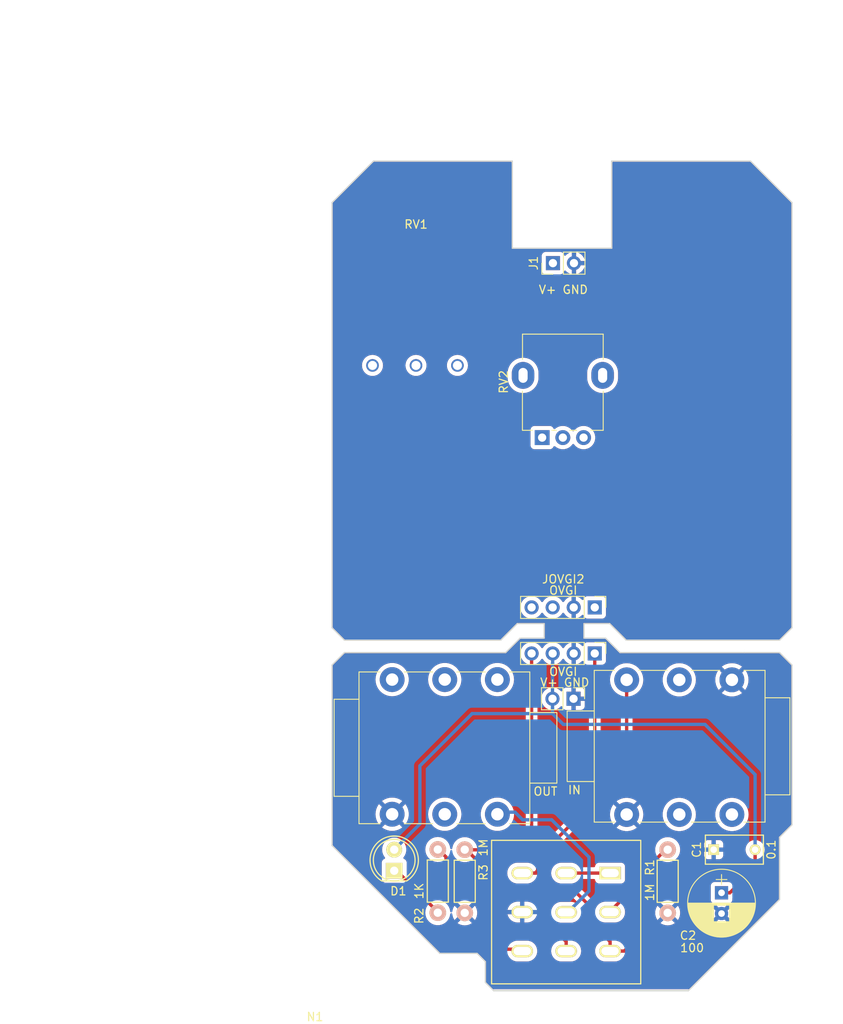
<source format=kicad_pcb>
(kicad_pcb (version 20221018) (generator pcbnew)
  (layers (0 "F.Cu" signal) (31 "B.Cu" signal) (34 "B.Paste" user) (35 "F.Paste" user) (36 "B.SilkS" user "B.Silkscreen") (37 "F.SilkS" user "F.Silkscreen") (38 "B.Mask" user) (39 "F.Mask" user) (44 "Edge.Cuts" user))
  (net 0 "")
  (net 1 "GND")
  (net 2 "+9V")
  (net 3 "Net-(D1-K)")
  (net 7 "Net-(J2-T)")
  (net 12 "Net-(J3-T)")
  (net 13 "O")
  (net 14 "I")
  (net 15 "Net-(SW1C-C)")
  (net 19 "Net-(SW1A-A)")
  (net 20 "Net-(J4-T)")
  (net 21 "Net-(J1-T)")
  (footprint "KiCad Lib:3PDT-Footswitch" (layer "F.Cu") (at 143.25 142.525 180)
    (fp_text reference "SW1" hide)
    (fp_text value "SW_3PDT" hide)
    (fp_line (start -9 -8.65) (end -9 8.65) (stroke (width 0.15)) (layer "F.SilkS"))
    (fp_line (start -9 -8.65) (end 9 -8.65) (stroke (width 0.15)) (layer "F.SilkS"))
    (fp_line (start 9 -8.65) (end 9 8.65) (stroke (width 0.15)) (layer "F.SilkS"))
    (fp_line (start 9 8.65) (end -8.9 8.65) (stroke (width 0.15)) (layer "F.SilkS"))
    (pad "1" thru_hole rect (at -5.3 4.7 180) (size 2.6 1.5) (drill oval 2.1 1) (layers "*.Cu" "*.Mask" "F.SilkS") (net 19 "Net-(SW1A-A)"))
    (pad "2" thru_hole oval (at 0 4.7 180) (size 2.6 1.5) (drill oval 2.1 1) (layers "*.Cu" "*.Mask" "F.SilkS") (net 19 "Net-(SW1A-A)"))
    (pad "3" thru_hole oval (at 5.3 4.7 180) (size 2.6 1.5) (drill oval 2.1 1) (layers "*.Cu" "*.Mask" "F.SilkS") (net 14 "I"))
    (pad "4" thru_hole oval (at -5.3 0 180) (size 2.6 1.5) (drill oval 2.1 1) (layers "*.Cu" "*.Mask" "F.SilkS") (net 21 "Net-(J1-T)"))
    (pad "5" thru_hole oval (at 0 -0.025 180) (size 2.6 1.5) (drill oval 2.1 1) (layers "*.Cu" "*.Mask" "F.SilkS") (net 20 "Net-(J4-T)"))
    (pad "6" thru_hole oval (at 5.3 0 180) (size 2.6 1.5) (drill oval 2.1 1) (layers "*.Cu" "*.Mask" "F.SilkS") (net 1 "GND"))
    (pad "7" thru_hole oval (at -5.3 -4.7 180) (size 2.6 1.5) (drill oval 2.1 1) (layers "*.Cu" "*.Mask" "F.SilkS") (net 14 "I"))
    (pad "8" thru_hole oval (at 0 -4.7 180) (size 2.6 1.5) (drill oval 2.1 1) (layers "*.Cu" "*.Mask" "F.SilkS") (net 13 "O"))
    (pad "9" thru_hole oval (at 5.3 -4.7 180) (size 2.6 1.5) (drill oval 2.1 1) (layers "*.Cu" "*.Mask" "F.SilkS") (net 15 "Net-(SW1C-C)"))
  )
  (footprint "Connectors:NMJ6HCD2" (layer "F.Cu") (at 122.25 130.73 90)
    (fp_text reference "J3" hide)
    (fp_text value "OUT" (at 2.75 18.5) (layer "F.SilkS"))
    (fp_line (start -1.14 -4) (end 17.15 -4) (stroke (width 0.12)) (layer "F.SilkS"))
    (fp_line (start -1.14 -1.45) (end -1.14 -4) (stroke (width 0.12)) (layer "F.SilkS"))
    (fp_line (start -1.14 4.89) (end -1.14 1.46) (stroke (width 0.12)) (layer "F.SilkS"))
    (fp_line (start -1.14 11.24) (end -1.14 7.81) (stroke (width 0.12)) (layer "F.SilkS"))
    (fp_line (start -1.14 16.61) (end -1.14 14.16) (stroke (width 0.12)) (layer "F.SilkS"))
    (fp_line (start -1.14 16.61) (end 17.15 16.61) (stroke (width 0.12)) (layer "F.SilkS"))
    (fp_line (start 2.16 -7) (end 2.16 -4) (stroke (width 0.12)) (layer "F.SilkS"))
    (fp_line (start 2.16 -7) (end 13.86 -7) (stroke (width 0.12)) (layer "F.SilkS"))
    (fp_line (start 3.75 16.64) (end 3.75 19.86) (stroke (width 0.12)) (layer "F.SilkS"))
    (fp_line (start 3.75 19.88) (end 12.23 19.88) (stroke (width 0.12)) (layer "F.SilkS"))
    (fp_line (start 12.26 16.64) (end 12.26 19.86) (stroke (width 0.12)) (layer "F.SilkS"))
    (fp_line (start 13.86 -7) (end 13.86 -4) (stroke (width 0.12)) (layer "F.SilkS"))
    (fp_line (start 17.15 -4) (end 17.15 -1.45) (stroke (width 0.12)) (layer "F.SilkS"))
    (fp_line (start 17.15 1.46) (end 17.15 4.89) (stroke (width 0.12)) (layer "F.SilkS"))
    (fp_line (start 17.15 7.81) (end 17.15 11.24) (stroke (width 0.12)) (layer "F.SilkS"))
    (fp_line (start 17.15 16.61) (end 17.15 14.16) (stroke (width 0.12)) (layer "F.SilkS"))
    (pad "1" thru_hole circle (at 0 0 90) (size 3 3) (drill 1.5) (layers "*.Cu" "*.Mask") (net 1 "GND"))
    (pad "2" thru_hole circle (at 0 12.7 90) (size 3 3) (drill 1.5) (layers "*.Cu" "*.Mask") (net 12 "Net-(J3-T)"))
    (pad "3" thru_hole circle (at 0 6.35 90) (size 3 3) (drill 1.5) (layers "*.Cu" "*.Mask"))
    (pad "4" thru_hole circle (at 16.23 0 90) (size 3 3) (drill 1.5) (layers "*.Cu" "*.Mask"))
    (pad "5" thru_hole circle (at 16.23 12.7 90) (size 3 3) (drill 1.5) (layers "*.Cu" "*.Mask"))
    (pad "6" thru_hole circle (at 16.23 6.35 90) (size 3 3) (drill 1.5) (layers "*.Cu" "*.Mask"))
  )
  (footprint "Pin_Headers:Pin_Header_Straight_1x02_Pitch2.54mm" (layer "F.Cu") (at 141.65 64.3 90)
    (fp_text reference "J1" (at 0 -2.33 90) (layer "F.SilkS"))
    (fp_text value "V+ GND" (at -3.2 1.26 180) (layer "F.SilkS"))
    (fp_line (start -1.33 -1.33) (end 0 -1.33) (stroke (width 0.12)) (layer "F.SilkS"))
    (fp_line (start -1.33 0) (end -1.33 -1.33) (stroke (width 0.12)) (layer "F.SilkS"))
    (fp_line (start -1.33 1.27) (end -1.33 3.87) (stroke (width 0.12)) (layer "F.SilkS"))
    (fp_line (start -1.33 1.27) (end 1.33 1.27) (stroke (width 0.12)) (layer "F.SilkS"))
    (fp_line (start -1.33 3.87) (end 1.33 3.87) (stroke (width 0.12)) (layer "F.SilkS"))
    (fp_line (start 1.33 1.27) (end 1.33 3.87) (stroke (width 0.12)) (layer "F.SilkS"))
    (pad "1" thru_hole rect (at 0 0 90) (size 1.7 1.7) (drill 1) (layers "*.Cu" "*.Mask") (net 2 "+9V"))
    (pad "2" thru_hole oval (at 0 2.54 90) (size 1.7 1.7) (drill 1) (layers "*.Cu" "*.Mask") (net 1 "GND"))
  )
  (footprint "Pin_Headers:Pin_Header_Straight_1x04_Pitch2.54mm" (layer "F.Cu") (at 146.7 111.35 -90)
    (fp_text reference "JOVGI1" hide)
    (fp_text value "OVGI" (at 2.2 3.8) (layer "F.SilkS"))
    (fp_line (start -1.33 -1.33) (end 0 -1.33) (stroke (width 0.12)) (layer "F.SilkS"))
    (fp_line (start -1.33 0) (end -1.33 -1.33) (stroke (width 0.12)) (layer "F.SilkS"))
    (fp_line (start -1.33 1.27) (end -1.33 8.95) (stroke (width 0.12)) (layer "F.SilkS"))
    (fp_line (start -1.33 1.27) (end 1.33 1.27) (stroke (width 0.12)) (layer "F.SilkS"))
    (fp_line (start -1.33 8.95) (end 1.33 8.95) (stroke (width 0.12)) (layer "F.SilkS"))
    (fp_line (start 1.33 1.27) (end 1.33 8.95) (stroke (width 0.12)) (layer "F.SilkS"))
    (pad "1" thru_hole rect (at 0 0 270) (size 1.7 1.7) (drill 1) (layers "*.Cu" "*.Mask") (net 14 "I"))
    (pad "2" thru_hole oval (at 0 2.54 270) (size 1.7 1.7) (drill 1) (layers "*.Cu" "*.Mask") (net 1 "GND"))
    (pad "3" thru_hole oval (at 0 5.08 270) (size 1.7 1.7) (drill 1) (layers "*.Cu" "*.Mask") (net 2 "+9V"))
    (pad "4" thru_hole oval (at 0 7.62 270) (size 1.7 1.7) (drill 1) (layers "*.Cu" "*.Mask") (net 13 "O"))
  )
  (footprint "Pin_Headers:Pin_Header_Straight_1x04_Pitch2.54mm" (layer "F.Cu") (at 146.7 105.8 -90)
    (fp_text reference "JOVGI2" (at -3.4 3.8) (layer "F.SilkS"))
    (fp_text value "OVGI" (at -2.05 3.8) (layer "F.SilkS"))
    (fp_line (start -1.33 -1.33) (end 0 -1.33) (stroke (width 0.12)) (layer "F.SilkS"))
    (fp_line (start -1.33 0) (end -1.33 -1.33) (stroke (width 0.12)) (layer "F.SilkS"))
    (fp_line (start -1.33 1.27) (end -1.33 8.95) (stroke (width 0.12)) (layer "F.SilkS"))
    (fp_line (start -1.33 1.27) (end 1.33 1.27) (stroke (width 0.12)) (layer "F.SilkS"))
    (fp_line (start -1.33 8.95) (end 1.33 8.95) (stroke (width 0.12)) (layer "F.SilkS"))
    (fp_line (start 1.33 1.27) (end 1.33 8.95) (stroke (width 0.12)) (layer "F.SilkS"))
    (pad "1" thru_hole rect (at 0 0 270) (size 1.7 1.7) (drill 1) (layers "*.Cu" "*.Mask") (net 14 "I"))
    (pad "2" thru_hole oval (at 0 2.54 270) (size 1.7 1.7) (drill 1) (layers "*.Cu" "*.Mask") (net 1 "GND"))
    (pad "3" thru_hole oval (at 0 5.08 270) (size 1.7 1.7) (drill 1) (layers "*.Cu" "*.Mask") (net 2 "+9V"))
    (pad "4" thru_hole oval (at 0 7.62 270) (size 1.7 1.7) (drill 1) (layers "*.Cu" "*.Mask") (net 13 "O"))
  )
  (footprint "Capacitors_THT:CP_Radial_D8.0mm_P2.50mm" (layer "F.Cu") (at 162 140.2 -90)
    (fp_text reference "C2" (at 5.15 4.05) (layer "F.SilkS"))
    (fp_text value "100" (at 6.65 3.55) (layer "F.SilkS"))
    (fp_line (start -2.2 0) (end -1 0) (stroke (width 0.12)) (layer "F.SilkS"))
    (fp_line (start -1.6 -0.65) (end -1.6 0.65) (stroke (width 0.12)) (layer "F.SilkS"))
    (fp_line (start 1.25 -4.05) (end 1.25 4.05) (stroke (width 0.12)) (layer "F.SilkS"))
    (fp_line (start 1.29 -4.05) (end 1.29 4.05) (stroke (width 0.12)) (layer "F.SilkS"))
    (fp_line (start 1.33 -4.05) (end 1.33 4.05) (stroke (width 0.12)) (layer "F.SilkS"))
    (fp_line (start 1.37 -4.049) (end 1.37 4.049) (stroke (width 0.12)) (layer "F.SilkS"))
    (fp_line (start 1.41 -4.047) (end 1.41 4.047) (stroke (width 0.12)) (layer "F.SilkS"))
    (fp_line (start 1.45 -4.046) (end 1.45 4.046) (stroke (width 0.12)) (layer "F.SilkS"))
    (fp_line (start 1.49 -4.043) (end 1.49 4.043) (stroke (width 0.12)) (layer "F.SilkS"))
    (fp_line (start 1.53 -4.041) (end 1.53 -0.98) (stroke (width 0.12)) (layer "F.SilkS"))
    (fp_line (start 1.53 0.98) (end 1.53 4.041) (stroke (width 0.12)) (layer "F.SilkS"))
    (fp_line (start 1.57 -4.038) (end 1.57 -0.98) (stroke (width 0.12)) (layer "F.SilkS"))
    (fp_line (start 1.57 0.98) (end 1.57 4.038) (stroke (width 0.12)) (layer "F.SilkS"))
    (fp_line (start 1.61 -4.035) (end 1.61 -0.98) (stroke (width 0.12)) (layer "F.SilkS"))
    (fp_line (start 1.61 0.98) (end 1.61 4.035) (stroke (width 0.12)) (layer "F.SilkS"))
    (fp_line (start 1.65 -4.031) (end 1.65 -0.98) (stroke (width 0.12)) (layer "F.SilkS"))
    (fp_line (start 1.65 0.98) (end 1.65 4.031) (stroke (width 0.12)) (layer "F.SilkS"))
    (fp_line (start 1.69 -4.027) (end 1.69 -0.98) (stroke (width 0.12)) (layer "F.SilkS"))
    (fp_line (start 1.69 0.98) (end 1.69 4.027) (stroke (width 0.12)) (layer "F.SilkS"))
    (fp_line (start 1.73 -4.022) (end 1.73 -0.98) (stroke (width 0.12)) (layer "F.SilkS"))
    (fp_line (start 1.73 0.98) (end 1.73 4.022) (stroke (width 0.12)) (layer "F.SilkS"))
    (fp_line (start 1.77 -4.017) (end 1.77 -0.98) (stroke (width 0.12)) (layer "F.SilkS"))
    (fp_line (start 1.77 0.98) (end 1.77 4.017) (stroke (width 0.12)) (layer "F.SilkS"))
    (fp_line (start 1.81 -4.012) (end 1.81 -0.98) (stroke (width 0.12)) (layer "F.SilkS"))
    (fp_line (start 1.81 0.98) (end 1.81 4.012) (stroke (width 0.12)) (layer "F.SilkS"))
    (fp_line (start 1.85 -4.006) (end 1.85 -0.98) (stroke (width 0.12)) (layer "F.SilkS"))
    (fp_line (start 1.85 0.98) (end 1.85 4.006) (stroke (width 0.12)) (layer "F.SilkS"))
    (fp_line (start 1.89 -4) (end 1.89 -0.98) (stroke (width 0.12)) (layer "F.SilkS"))
    (fp_line (start 1.89 0.98) (end 1.89 4) (stroke (width 0.12)) (layer "F.SilkS"))
    (fp_line (start 1.93 -3.994) (end 1.93 -0.98) (stroke (width 0.12)) (layer "F.SilkS"))
    (fp_line (start 1.93 0.98) (end 1.93 3.994) (stroke (width 0.12)) (layer "F.SilkS"))
    (fp_line (start 1.971 -3.987) (end 1.971 -0.98) (stroke (width 0.12)) (layer "F.SilkS"))
    (fp_line (start 1.971 0.98) (end 1.971 3.987) (stroke (width 0.12)) (layer "F.SilkS"))
    (fp_line (start 2.011 -3.979) (end 2.011 -0.98) (stroke (width 0.12)) (layer "F.SilkS"))
    (fp_line (start 2.011 0.98) (end 2.011 3.979) (stroke (width 0.12)) (layer "F.SilkS"))
    (fp_line (start 2.051 -3.971) (end 2.051 -0.98) (stroke (width 0.12)) (layer "F.SilkS"))
    (fp_line (start 2.051 0.98) (end 2.051 3.971) (stroke (width 0.12)) (layer "F.SilkS"))
    (fp_line (start 2.091 -3.963) (end 2.091 -0.98) (stroke (width 0.12)) (layer "F.SilkS"))
    (fp_line (start 2.091 0.98) (end 2.091 3.963) (stroke (width 0.12)) (layer "F.SilkS"))
    (fp_line (start 2.131 -3.955) (end 2.131 -0.98) (stroke (width 0.12)) (layer "F.SilkS"))
    (fp_line (start 2.131 0.98) (end 2.131 3.955) (stroke (width 0.12)) (layer "F.SilkS"))
    (fp_line (start 2.171 -3.946) (end 2.171 -0.98) (stroke (width 0.12)) (layer "F.SilkS"))
    (fp_line (start 2.171 0.98) (end 2.171 3.946) (stroke (width 0.12)) (layer "F.SilkS"))
    (fp_line (start 2.211 -3.936) (end 2.211 -0.98) (stroke (width 0.12)) (layer "F.SilkS"))
    (fp_line (start 2.211 0.98) (end 2.211 3.936) (stroke (width 0.12)) (layer "F.SilkS"))
    (fp_line (start 2.251 -3.926) (end 2.251 -0.98) (stroke (width 0.12)) (layer "F.SilkS"))
    (fp_line (start 2.251 0.98) (end 2.251 3.926) (stroke (width 0.12)) (layer "F.SilkS"))
    (fp_line (start 2.291 -3.916) (end 2.291 -0.98) (stroke (width 0.12)) (layer "F.SilkS"))
    (fp_line (start 2.291 0.98) (end 2.291 3.916) (stroke (width 0.12)) (layer "F.SilkS"))
    (fp_line (start 2.331 -3.905) (end 2.331 -0.98) (stroke (width 0.12)) (layer "F.SilkS"))
    (fp_line (start 2.331 0.98) (end 2.331 3.905) (stroke (width 0.12)) (layer "F.SilkS"))
    (fp_line (start 2.371 -3.894) (end 2.371 -0.98) (stroke (width 0.12)) (layer "F.SilkS"))
    (fp_line (start 2.371 0.98) (end 2.371 3.894) (stroke (width 0.12)) (layer "F.SilkS"))
    (fp_line (start 2.411 -3.883) (end 2.411 -0.98) (stroke (width 0.12)) (layer "F.SilkS"))
    (fp_line (start 2.411 0.98) (end 2.411 3.883) (stroke (width 0.12)) (layer "F.SilkS"))
    (fp_line (start 2.451 -3.87) (end 2.451 -0.98) (stroke (width 0.12)) (layer "F.SilkS"))
    (fp_line (start 2.451 0.98) (end 2.451 3.87) (stroke (width 0.12)) (layer "F.SilkS"))
    (fp_line (start 2.491 -3.858) (end 2.491 -0.98) (stroke (width 0.12)) (layer "F.SilkS"))
    (fp_line (start 2.491 0.98) (end 2.491 3.858) (stroke (width 0.12)) (layer "F.SilkS"))
    (fp_line (start 2.531 -3.845) (end 2.531 -0.98) (stroke (width 0.12)) (layer "F.SilkS"))
    (fp_line (start 2.531 0.98) (end 2.531 3.845) (stroke (width 0.12)) (layer "F.SilkS"))
    (fp_line (start 2.571 -3.832) (end 2.571 -0.98) (stroke (width 0.12)) (layer "F.SilkS"))
    (fp_line (start 2.571 0.98) (end 2.571 3.832) (stroke (width 0.12)) (layer "F.SilkS"))
    (fp_line (start 2.611 -3.818) (end 2.611 -0.98) (stroke (width 0.12)) (layer "F.SilkS"))
    (fp_line (start 2.611 0.98) (end 2.611 3.818) (stroke (width 0.12)) (layer "F.SilkS"))
    (fp_line (start 2.651 -3.803) (end 2.651 -0.98) (stroke (width 0.12)) (layer "F.SilkS"))
    (fp_line (start 2.651 0.98) (end 2.651 3.803) (stroke (width 0.12)) (layer "F.SilkS"))
    (fp_line (start 2.691 -3.789) (end 2.691 -0.98) (stroke (width 0.12)) (layer "F.SilkS"))
    (fp_line (start 2.691 0.98) (end 2.691 3.789) (stroke (width 0.12)) (layer "F.SilkS"))
    (fp_line (start 2.731 -3.773) (end 2.731 -0.98) (stroke (width 0.12)) (layer "F.SilkS"))
    (fp_line (start 2.731 0.98) (end 2.731 3.773) (stroke (width 0.12)) (layer "F.SilkS"))
    (fp_line (start 2.771 -3.758) (end 2.771 -0.98) (stroke (width 0.12)) (layer "F.SilkS"))
    (fp_line (start 2.771 0.98) (end 2.771 3.758) (stroke (width 0.12)) (layer "F.SilkS"))
    (fp_line (start 2.811 -3.741) (end 2.811 -0.98) (stroke (width 0.12)) (layer "F.SilkS"))
    (fp_line (start 2.811 0.98) (end 2.811 3.741) (stroke (width 0.12)) (layer "F.SilkS"))
    (fp_line (start 2.851 -3.725) (end 2.851 -0.98) (stroke (width 0.12)) (layer "F.SilkS"))
    (fp_line (start 2.851 0.98) (end 2.851 3.725) (stroke (width 0.12)) (layer "F.SilkS"))
    (fp_line (start 2.891 -3.707) (end 2.891 -0.98) (stroke (width 0.12)) (layer "F.SilkS"))
    (fp_line (start 2.891 0.98) (end 2.891 3.707) (stroke (width 0.12)) (layer "F.SilkS"))
    (fp_line (start 2.931 -3.69) (end 2.931 -0.98) (stroke (width 0.12)) (layer "F.SilkS"))
    (fp_line (start 2.931 0.98) (end 2.931 3.69) (stroke (width 0.12)) (layer "F.SilkS"))
    (fp_line (start 2.971 -3.671) (end 2.971 -0.98) (stroke (width 0.12)) (layer "F.SilkS"))
    (fp_line (start 2.971 0.98) (end 2.971 3.671) (stroke (width 0.12)) (layer "F.SilkS"))
    (fp_line (start 3.011 -3.652) (end 3.011 -0.98) (stroke (width 0.12)) (layer "F.SilkS"))
    (fp_line (start 3.011 0.98) (end 3.011 3.652) (stroke (width 0.12)) (layer "F.SilkS"))
    (fp_line (start 3.051 -3.633) (end 3.051 -0.98) (stroke (width 0.12)) (layer "F.SilkS"))
    (fp_line (start 3.051 0.98) (end 3.051 3.633) (stroke (width 0.12)) (layer "F.SilkS"))
    (fp_line (start 3.091 -3.613) (end 3.091 -0.98) (stroke (width 0.12)) (layer "F.SilkS"))
    (fp_line (start 3.091 0.98) (end 3.091 3.613) (stroke (width 0.12)) (layer "F.SilkS"))
    (fp_line (start 3.131 -3.593) (end 3.131 -0.98) (stroke (width 0.12)) (layer "F.SilkS"))
    (fp_line (start 3.131 0.98) (end 3.131 3.593) (stroke (width 0.12)) (layer "F.SilkS"))
    (fp_line (start 3.171 -3.572) (end 3.171 -0.98) (stroke (width 0.12)) (layer "F.SilkS"))
    (fp_line (start 3.171 0.98) (end 3.171 3.572) (stroke (width 0.12)) (layer "F.SilkS"))
    (fp_line (start 3.211 -3.55) (end 3.211 -0.98) (stroke (width 0.12)) (layer "F.SilkS"))
    (fp_line (start 3.211 0.98) (end 3.211 3.55) (stroke (width 0.12)) (layer "F.SilkS"))
    (fp_line (start 3.251 -3.528) (end 3.251 -0.98) (stroke (width 0.12)) (layer "F.SilkS"))
    (fp_line (start 3.251 0.98) (end 3.251 3.528) (stroke (width 0.12)) (layer "F.SilkS"))
    (fp_line (start 3.291 -3.505) (end 3.291 -0.98) (stroke (width 0.12)) (layer "F.SilkS"))
    (fp_line (start 3.291 0.98) (end 3.291 3.505) (stroke (width 0.12)) (layer "F.SilkS"))
    (fp_line (start 3.331 -3.482) (end 3.331 -0.98) (stroke (width 0.12)) (layer "F.SilkS"))
    (fp_line (start 3.331 0.98) (end 3.331 3.482) (stroke (width 0.12)) (layer "F.SilkS"))
    (fp_line (start 3.371 -3.458) (end 3.371 -0.98) (stroke (width 0.12)) (layer "F.SilkS"))
    (fp_line (start 3.371 0.98) (end 3.371 3.458) (stroke (width 0.12)) (layer "F.SilkS"))
    (fp_line (start 3.411 -3.434) (end 3.411 -0.98) (stroke (width 0.12)) (layer "F.SilkS"))
    (fp_line (start 3.411 0.98) (end 3.411 3.434) (stroke (width 0.12)) (layer "F.SilkS"))
    (fp_line (start 3.451 -3.408) (end 3.451 -0.98) (stroke (width 0.12)) (layer "F.SilkS"))
    (fp_line (start 3.451 0.98) (end 3.451 3.408) (stroke (width 0.12)) (layer "F.SilkS"))
    (fp_line (start 3.491 -3.383) (end 3.491 3.383) (stroke (width 0.12)) (layer "F.SilkS"))
    (fp_line (start 3.531 -3.356) (end 3.531 3.356) (stroke (width 0.12)) (layer "F.SilkS"))
    (fp_line (start 3.571 -3.329) (end 3.571 3.329) (stroke (width 0.12)) (layer "F.SilkS"))
    (fp_line (start 3.611 -3.301) (end 3.611 3.301) (stroke (width 0.12)) (layer "F.SilkS"))
    (fp_line (start 3.651 -3.272) (end 3.651 3.272) (stroke (width 0.12)) (layer "F.SilkS"))
    (fp_line (start 3.691 -3.243) (end 3.691 3.243) (stroke (width 0.12)) (layer "F.SilkS"))
    (fp_line (start 3.731 -3.213) (end 3.731 3.213) (stroke (width 0.12)) (layer "F.SilkS"))
    (fp_line (start 3.771 -3.182) (end 3.771 3.182) (stroke (width 0.12)) (layer "F.SilkS"))
    (fp_line (start 3.811 -3.15) (end 3.811 3.15) (stroke (width 0.12)) (layer "F.SilkS"))
    (fp_line (start 3.851 -3.118) (end 3.851 3.118) (stroke (width 0.12)) (layer "F.SilkS"))
    (fp_line (start 3.891 -3.084) (end 3.891 3.084) (stroke (width 0.12)) (layer "F.SilkS"))
    (fp_line (start 3.931 -3.05) (end 3.931 3.05) (stroke (width 0.12)) (layer "F.SilkS"))
    (fp_line (start 3.971 -3.015) (end 3.971 3.015) (stroke (width 0.12)) (layer "F.SilkS"))
    (fp_line (start 4.011 -2.979) (end 4.011 2.979) (stroke (width 0.12)) (layer "F.SilkS"))
    (fp_line (start 4.051 -2.942) (end 4.051 2.942) (stroke (width 0.12)) (layer "F.SilkS"))
    (fp_line (start 4.091 -2.904) (end 4.091 2.904) (stroke (width 0.12)) (layer "F.SilkS"))
    (fp_line (start 4.131 -2.865) (end 4.131 2.865) (stroke (width 0.12)) (layer "F.SilkS"))
    (fp_line (start 4.171 -2.824) (end 4.171 2.824) (stroke (width 0.12)) (layer "F.SilkS"))
    (fp_line (start 4.211 -2.783) (end 4.211 2.783) (stroke (width 0.12)) (layer "F.SilkS"))
    (fp_line (start 4.251 -2.74) (end 4.251 2.74) (stroke (width 0.12)) (layer "F.SilkS"))
    (fp_line (start 4.291 -2.697) (end 4.291 2.697) (stroke (width 0.12)) (layer "F.SilkS"))
    (fp_line (start 4.331 -2.652) (end 4.331 2.652) (stroke (width 0.12)) (layer "F.SilkS"))
    (fp_line (start 4.371 -2.605) (end 4.371 2.605) (stroke (width 0.12)) (layer "F.SilkS"))
    (fp_line (start 4.411 -2.557) (end 4.411 2.557) (stroke (width 0.12)) (layer "F.SilkS"))
    (fp_line (start 4.451 -2.508) (end 4.451 2.508) (stroke (width 0.12)) (layer "F.SilkS"))
    (fp_line (start 4.491 -2.457) (end 4.491 2.457) (stroke (width 0.12)) (layer "F.SilkS"))
    (fp_line (start 4.531 -2.404) (end 4.531 2.404) (stroke (width 0.12)) (layer "F.SilkS"))
    (fp_line (start 4.571 -2.349) (end 4.571 2.349) (stroke (width 0.12)) (layer "F.SilkS"))
    (fp_line (start 4.611 -2.293) (end 4.611 2.293) (stroke (width 0.12)) (layer "F.SilkS"))
    (fp_line (start 4.651 -2.234) (end 4.651 2.234) (stroke (width 0.12)) (layer "F.SilkS"))
    (fp_line (start 4.691 -2.173) (end 4.691 2.173) (stroke (width 0.12)) (layer "F.SilkS"))
    (fp_line (start 4.731 -2.109) (end 4.731 2.109) (stroke (width 0.12)) (layer "F.SilkS"))
    (fp_line (start 4.771 -2.043) (end 4.771 2.043) (stroke (width 0.12)) (layer "F.SilkS"))
    (fp_line (start 4.811 -1.974) (end 4.811 1.974) (stroke (width 0.12)) (layer "F.SilkS"))
    (fp_line (start 4.851 -1.902) (end 4.851 1.902) (stroke (width 0.12)) (layer "F.SilkS"))
    (fp_line (start 4.891 -1.826) (end 4.891 1.826) (stroke (width 0.12)) (layer "F.SilkS"))
    (fp_line (start 4.931 -1.745) (end 4.931 1.745) (stroke (width 0.12)) (layer "F.SilkS"))
    (fp_line (start 4.971 -1.66) (end 4.971 1.66) (stroke (width 0.12)) (layer "F.SilkS"))
    (fp_line (start 5.011 -1.57) (end 5.011 1.57) (stroke (width 0.12)) (layer "F.SilkS"))
    (fp_line (start 5.051 -1.473) (end 5.051 1.473) (stroke (width 0.12)) (layer "F.SilkS"))
    (fp_line (start 5.091 -1.369) (end 5.091 1.369) (stroke (width 0.12)) (layer "F.SilkS"))
    (fp_line (start 5.131 -1.254) (end 5.131 1.254) (stroke (width 0.12)) (layer "F.SilkS"))
    (fp_line (start 5.171 -1.127) (end 5.171 1.127) (stroke (width 0.12)) (layer "F.SilkS"))
    (fp_line (start 5.211 -0.983) (end 5.211 0.983) (stroke (width 0.12)) (layer "F.SilkS"))
    (fp_line (start 5.251 -0.814) (end 5.251 0.814) (stroke (width 0.12)) (layer "F.SilkS"))
    (fp_line (start 5.291 -0.598) (end 5.291 0.598) (stroke (width 0.12)) (layer "F.SilkS"))
    (fp_line (start 5.331 -0.246) (end 5.331 0.246) (stroke (width 0.12)) (layer "F.SilkS"))
    (fp_circle (center 1.25 0) (end 5.34 0) (stroke (width 0.12)) (fill none) (layer "F.SilkS"))
    (pad "1" thru_hole rect (at 0 0 270) (size 1.6 1.6) (drill 0.8) (layers "*.Cu" "*.Mask") (net 2 "+9V"))
    (pad "2" thru_hole circle (at 2.5 0 270) (size 1.6 1.6) (drill 0.8) (layers "*.Cu" "*.Mask") (net 1 "GND"))
  )
  (footprint "LEDs:LED-5MM" (layer "F.Cu") (at 122.5 137.54 90)
    (fp_text reference "D1" (at -2.46 0.5) (layer "F.SilkS"))
    (fp_text value "LED" hide)
    (fp_line (start -1.23 1.5) (end -1.23 -1.5) (stroke (width 0.15)) (layer "F.SilkS"))
    (fp_arc (start -1.23 -1.5) (mid 4.18544 -0.014565) (end -1.214888 1.524904) (stroke (width 0.15)) (layer "F.SilkS"))
    (fp_circle (center 1.27 0) (end 0.97 -2.5) (stroke (width 0.15)) (fill none) (layer "F.SilkS"))
    (pad "1" thru_hole rect (at 0 0 180) (size 2 1.9) (drill 1.00076) (layers "*.Cu" "*.Mask" "F.SilkS") (net 3 "Net-(D1-K)"))
    (pad "2" thru_hole circle (at 2.54 0 90) (size 1.9 1.9) (drill 1.00076) (layers "*.Cu" "*.Mask" "F.SilkS") (net 2 "+9V"))
  )
  (footprint "Resistors_ThroughHole:Resistor_Horizontal_RM7mm" (layer "F.Cu") (at 155.5 135 -90)
    (fp_text reference "R1" (at 2.15 2.15 90) (layer "F.SilkS"))
    (fp_text value "1M" (at 5.15 2.15 90) (layer "F.SilkS"))
    (fp_line (start 1.27 -1.27) (end 6.35 -1.27) (stroke (width 0.15)) (layer "F.SilkS"))
    (fp_line (start 1.27 1.27) (end 1.27 -1.27) (stroke (width 0.15)) (layer "F.SilkS"))
    (fp_line (start 6.35 -1.27) (end 6.35 1.27) (stroke (width 0.15)) (layer "F.SilkS"))
    (fp_line (start 6.35 1.27) (end 1.27 1.27) (stroke (width 0.15)) (layer "F.SilkS"))
    (pad "1" thru_hole circle (at 0 0 270) (size 1.99898 1.99898) (drill 1.00076) (layers "*.Cu" "*.SilkS" "*.Mask") (net 14 "I"))
    (pad "2" thru_hole circle (at 7.62 0 270) (size 1.99898 1.99898) (drill 1.00076) (layers "*.Cu" "*.SilkS" "*.Mask") (net 1 "GND"))
  )
  (footprint "Resistors_ThroughHole:Resistor_Horizontal_RM7mm" (layer "F.Cu") (at 127.76 142.6 90)
    (fp_text reference "R2" (at -0.38 -2.25 90) (layer "F.SilkS"))
    (fp_text value "1K" (at 2.62 -2.25 90) (layer "F.SilkS"))
    (fp_line (start 1.27 -1.27) (end 6.35 -1.27) (stroke (width 0.15)) (layer "F.SilkS"))
    (fp_line (start 1.27 1.27) (end 1.27 -1.27) (stroke (width 0.15)) (layer "F.SilkS"))
    (fp_line (start 6.35 -1.27) (end 6.35 1.27) (stroke (width 0.15)) (layer "F.SilkS"))
    (fp_line (start 6.35 1.27) (end 1.27 1.27) (stroke (width 0.15)) (layer "F.SilkS"))
    (pad "1" thru_hole circle (at 0 0 90) (size 1.99898 1.99898) (drill 1.00076) (layers "*.Cu" "*.SilkS" "*.Mask") (net 3 "Net-(D1-K)"))
    (pad "2" thru_hole circle (at 7.62 0 90) (size 1.99898 1.99898) (drill 1.00076) (layers "*.Cu" "*.SilkS" "*.Mask") (net 15 "Net-(SW1C-C)"))
  )
  (footprint "Resistors_ThroughHole:Resistor_Horizontal_RM7mm" (layer "F.Cu") (at 131.01 135 -90)
    (fp_text reference "R3" (at 2.75 -2.25 90) (layer "F.SilkS"))
    (fp_text value "1M" (at -0.25 -2.25 90) (layer "F.SilkS"))
    (fp_line (start 1.27 -1.27) (end 6.35 -1.27) (stroke (width 0.15)) (layer "F.SilkS"))
    (fp_line (start 1.27 1.27) (end 1.27 -1.27) (stroke (width 0.15)) (layer "F.SilkS"))
    (fp_line (start 6.35 -1.27) (end 6.35 1.27) (stroke (width 0.15)) (layer "F.SilkS"))
    (fp_line (start 6.35 1.27) (end 1.27 1.27) (stroke (width 0.15)) (layer "F.SilkS"))
    (pad "1" thru_hole circle (at 0 0 270) (size 1.99898 1.99898) (drill 1.00076) (layers "*.Cu" "*.SilkS" "*.Mask") (net 13 "O"))
    (pad "2" thru_hole circle (at 7.62 0 270) (size 1.99898 1.99898) (drill 1.00076) (layers "*.Cu" "*.SilkS" "*.Mask") (net 1 "GND"))
  )
  (footprint "Capacitors_ThroughHole:C_Rect_L7_W3.5_P5" (layer "F.Cu") (at 161.05 135)
    (fp_text reference "C1" (at -2.05 0 90) (layer "F.SilkS"))
    (fp_text value "0.1" (at 6.95 0 90) (layer "F.SilkS"))
    (fp_line (start -1 -1.75) (end 6 -1.75) (stroke (width 0.15)) (layer "F.SilkS"))
    (fp_line (start -1 1.75) (end -1 -1.75) (stroke (width 0.15)) (layer "F.SilkS"))
    (fp_line (start 6 -1.75) (end 6 1.75) (stroke (width 0.15)) (layer "F.SilkS"))
    (fp_line (start 6 1.75) (end -1 1.75) (stroke (width 0.15)) (layer "F.SilkS"))
    (pad "1" thru_hole rect (at 0 0) (size 1.3 1.3) (drill 0.8) (layers "*.Cu" "*.Mask" "F.SilkS") (net 1 "GND"))
    (pad "2" thru_hole circle (at 5 0) (size 1.3 1.3) (drill 0.8) (layers "*.Cu" "*.Mask" "F.SilkS") (net 2 "+9V"))
  )
  (footprint "Pin_Headers:Pin_Header_Straight_1x02_Pitch2.54mm" (layer "F.Cu") (at 144.14 116.81 -90)
    (fp_text reference "J4" hide)
    (fp_text value "V+ GND" (at -1.96 1.06) (layer "F.SilkS"))
    (fp_line (start -1.33 -1.33) (end 0 -1.33) (stroke (width 0.12)) (layer "F.SilkS"))
    (fp_line (start -1.33 0) (end -1.33 -1.33) (stroke (width 0.12)) (layer "F.SilkS"))
    (fp_line (start -1.33 1.27) (end -1.33 3.87) (stroke (width 0.12)) (layer "F.SilkS"))
    (fp_line (start -1.33 1.27) (end 1.33 1.27) (stroke (width 0.12)) (layer "F.SilkS"))
    (fp_line (start -1.33 3.87) (end 1.33 3.87) (stroke (width 0.12)) (layer "F.SilkS"))
    (fp_line (start 1.33 1.27) (end 1.33 3.87) (stroke (width 0.12)) (layer "F.SilkS"))
    (pad "1" thru_hole rect (at 0 0 270) (size 1.7 1.7) (drill 1) (layers "*.Cu" "*.Mask") (net 1 "GND"))
    (pad "2" thru_hole oval (at 0 2.54 270) (size 1.7 1.7) (drill 1) (layers "*.Cu" "*.Mask") (net 2 "+9V"))
  )
  (footprint "Connectors:NMJ6HCD2" (layer "F.Cu") (at 163.25 114.53 -90)
    (fp_text reference "J2" hide)
    (fp_text value "IN" (at 13.28 19) (layer "F.SilkS"))
    (fp_line (start -1.14 -4) (end 17.15 -4) (stroke (width 0.12)) (layer "F.SilkS"))
    (fp_line (start -1.14 -1.45) (end -1.14 -4) (stroke (width 0.12)) (layer "F.SilkS"))
    (fp_line (start -1.14 4.89) (end -1.14 1.46) (stroke (width 0.12)) (layer "F.SilkS"))
    (fp_line (start -1.14 11.24) (end -1.14 7.81) (stroke (width 0.12)) (layer "F.SilkS"))
    (fp_line (start -1.14 16.61) (end -1.14 14.16) (stroke (width 0.12)) (layer "F.SilkS"))
    (fp_line (start -1.14 16.61) (end 17.15 16.61) (stroke (width 0.12)) (layer "F.SilkS"))
    (fp_line (start 2.16 -7) (end 2.16 -4) (stroke (width 0.12)) (layer "F.SilkS"))
    (fp_line (start 2.16 -7) (end 13.86 -7) (stroke (width 0.12)) (layer "F.SilkS"))
    (fp_line (start 3.75 16.64) (end 3.75 19.86) (stroke (width 0.12)) (layer "F.SilkS"))
    (fp_line (start 3.75 19.88) (end 12.23 19.88) (stroke (width 0.12)) (layer "F.SilkS"))
    (fp_line (start 12.26 16.64) (end 12.26 19.86) (stroke (width 0.12)) (layer "F.SilkS"))
    (fp_line (start 13.86 -7) (end 13.86 -4) (stroke (width 0.12)) (layer "F.SilkS"))
    (fp_line (start 17.15 -4) (end 17.15 -1.45) (stroke (width 0.12)) (layer "F.SilkS"))
    (fp_line (start 17.15 1.46) (end 17.15 4.89) (stroke (width 0.12)) (layer "F.SilkS"))
    (fp_line (start 17.15 7.81) (end 17.15 11.24) (stroke (width 0.12)) (layer "F.SilkS"))
    (fp_line (start 17.15 16.61) (end 17.15 14.16) (stroke (width 0.12)) (layer "F.SilkS"))
    (pad "1" thru_hole circle (at 0 0 270) (size 3 3) (drill 1.5) (layers "*.Cu" "*.Mask") (net 1 "GND"))
    (pad "2" thru_hole circle (at 0 12.7 270) (size 3 3) (drill 1.5) (layers "*.Cu" "*.Mask") (net 7 "Net-(J2-T)"))
    (pad "3" thru_hole circle (at 0 6.35 270) (size 3 3) (drill 1.5) (layers "*.Cu" "*.Mask"))
    (pad "4" thru_hole circle (at 16.23 0 270) (size 3 3) (drill 1.5) (layers "*.Cu" "*.Mask"))
    (pad "5" thru_hole circle (at 16.23 12.7 270) (size 3 3) (drill 1.5) (layers "*.Cu" "*.Mask") (net 1 "GND"))
    (pad "6" thru_hole circle (at 16.23 6.35 270) (size 3 3) (drill 1.5) (layers "*.Cu" "*.Mask"))
  )
  (footprint "Potentiometer_THT:Potentiometer_Alpha_RD901F-40-00D_Single_Vertical" (layer "F.Cu") (at 140.35 85.33 90)
    (fp_text reference "RV2" (at 6.71 -4.64 90) (layer "F.SilkS"))
    (fp_text value "ALPHA-9MM")
    (fp_line (start 0.88 -2.38) (end 5.6 -2.38) (stroke (width 0.12)) (layer "F.SilkS"))
    (fp_line (start 0.88 -1.19) (end 0.88 -2.37) (stroke (width 0.12)) (layer "F.SilkS"))
    (fp_line (start 0.88 1.71) (end 0.88 1.18) (stroke (width 0.12)) (layer "F.SilkS"))
    (fp_line (start 0.88 4.16) (end 0.88 3.33) (stroke (width 0.12)) (layer "F.SilkS"))
    (fp_line (start 0.88 7.37) (end 0.88 5.88) (stroke (width 0.12)) (layer "F.SilkS"))
    (fp_line (start 0.88 7.37) (end 5.6 7.37) (stroke (width 0.12)) (layer "F.SilkS"))
    (fp_line (start 9.41 -2.37) (end 12.47 -2.37) (stroke (width 0.12)) (layer "F.SilkS"))
    (fp_line (start 9.41 7.37) (end 12.47 7.37) (stroke (width 0.12)) (layer "F.SilkS"))
    (fp_line (start 12.47 7.37) (end 12.47 -2.37) (stroke (width 0.12)) (layer "F.SilkS"))
    (pad "" thru_hole oval (at 7.5 -2.3 180) (size 2.72 3.24) (drill oval 1.1 1.8) (layers "*.Cu" "*.Mask"))
    (pad "" thru_hole oval (at 7.5 7.3 180) (size 2.72 3.24) (drill oval 1.1 1.8) (layers "*.Cu" "*.Mask"))
    (pad "1" thru_hole rect (at 0 0 180) (size 1.8 1.8) (drill 1) (layers "*.Cu" "*.Mask"))
    (pad "2" thru_hole circle (at 0 2.5 180) (size 1.8 1.8) (drill 1) (layers "*.Cu" "*.Mask"))
    (pad "3" thru_hole circle (at 0 5 180) (size 1.8 1.8) (drill 1) (layers "*.Cu" "*.Mask"))
  )
  (footprint "Pedal-Components:Potentiometer_ALPHA_RV16106N" (layer "F.Cu") (at 125.13 60.13)
    (fp_text reference "RV1" (at 0 -0.5 unlocked) (layer "F.SilkS"))
    (fp_text value "ALPHA-16mm")
    (pad "1" thru_hole circle (at -5.25 16.5) (size 1.524 1.524) (drill 1.1) (layers "*.Cu" "*.Mask"))
    (pad "2" thru_hole circle (at 0 16.5) (size 1.524 1.524) (drill 1.1) (layers "*.Cu" "*.Mask"))
    (pad "3" thru_hole circle (at 5 16.5) (size 1.524 1.524) (drill 1.1) (layers "*.Cu" "*.Mask"))
  )
  (footprint "Pedal-Components:1590B" (layer "F.Cu") (at 112.94 154.659085)
    (fp_text reference "N1" (at 0 0.5) (layer "F.SilkS"))
    (fp_text value "Housing")
  )
  (gr_line (start 145.4 107.75) (end 148.5 107.75) (stroke (width 0.15)) (layer "Edge.Cuts"))
  (gr_line (start 137.7 109.5) (end 140.6 109.5) (stroke (width 0.15)) (layer "Edge.Cuts"))
  (gr_line (start 128 147.5) (end 127 146.5) (stroke (width 0.15)) (layer "Edge.Cuts"))
  (gr_line (start 115 134.5) (end 115 121) (stroke (width 0.15)) (layer "Edge.Cuts"))
  (gr_line (start 135.35 109.75) (end 116.5 109.75) (stroke (width 0.15)) (layer "Edge.Cuts"))
  (gr_line (start 145.4 109.5) (end 148 109.5) (stroke (width 0.15)) (layer "Edge.Cuts"))
  (gr_line (start 148.75 62.5) (end 148.75 52) (stroke (width 0.15)) (layer "Edge.Cuts"))
  (gr_line (start 127 146.5) (end 115 134.5) (stroke (width 0.15)) (layer "Edge.Cuts"))
  (gr_line (start 115 57) (end 115 108.25) (stroke (width 0.15)) (layer "Edge.Cuts"))
  (gr_line (start 169 141) (end 158 152) (stroke (width 0.15)) (layer "Edge.Cuts"))
  (gr_line (start 133.5 151) (end 133.5 148.5) (stroke (width 0.15)) (layer "Edge.Cuts"))
  (gr_line (start 149.75 111.25) (end 164.75 111.25) (stroke (width 0.15)) (layer "Edge.Cuts"))
  (gr_line (start 148.5 107.75) (end 150.5 109.75) (stroke (width 0.15)) (layer "Edge.Cuts"))
  (gr_line (start 165.5 52) (end 170.5 57) (stroke (width 0.15)) (layer "Edge.Cuts"))
  (gr_line (start 169 109.75) (end 170.5 108.25) (stroke (width 0.15)) (layer "Edge.Cuts"))
  (gr_line (start 169 133.5) (end 170.5 132) (stroke (width 0.15)) (layer "Edge.Cuts"))
  (gr_line (start 116.5 109.75) (end 115 108.25) (stroke (width 0.15)) (layer "Edge.Cuts"))
  (gr_line (start 140.6 107.75) (end 140.6 109.5) (stroke (width 0.15)) (layer "Edge.Cuts"))
  (gr_line (start 137.35 107.75) (end 135.35 109.75) (stroke (width 0.15)) (layer "Edge.Cuts"))
  (gr_line (start 115 57) (end 120 52) (stroke (width 0.15)) (layer "Edge.Cuts"))
  (gr_line (start 170.5 85) (end 170.5 57) (stroke (width 0.15)) (layer "Edge.Cuts"))
  (gr_line (start 136.75 62.5) (end 148.75 62.5) (stroke (width 0.15)) (layer "Edge.Cuts"))
  (gr_line (start 136.75 52) (end 120 52) (stroke (width 0.15)) (layer "Edge.Cuts"))
  (gr_line (start 170.5 112.75) (end 169 111.25) (stroke (width 0.15)) (layer "Edge.Cuts"))
  (gr_line (start 135.95 111.25) (end 117 111.25) (stroke (width 0.15)) (layer "Edge.Cuts"))
  (gr_line (start 134.5 152) (end 158 152) (stroke (width 0.15)) (layer "Edge.Cuts"))
  (gr_line (start 116.5 109.75) (end 116.5 109.75) (stroke (width 0.15)) (layer "Edge.Cuts"))
  (gr_line (start 137.7 109.5) (end 135.95 111.25) (stroke (width 0.15)) (layer "Edge.Cuts"))
  (gr_line (start 169 133.5) (end 169 141) (stroke (width 0.15)) (layer "Edge.Cuts"))
  (gr_line (start 170.5 108.25) (end 170.5 85) (stroke (width 0.15)) (layer "Edge.Cuts"))
  (gr_line (start 136.75 52) (end 136.75 62.5) (stroke (width 0.15)) (layer "Edge.Cuts"))
  (gr_line (start 134.5 152) (end 133.5 151) (stroke (width 0.15)) (layer "Edge.Cuts"))
  (gr_line (start 133.5 148.5) (end 132.5 147.5) (stroke (width 0.15)) (layer "Edge.Cuts"))
  (gr_line (start 115 112.75) (end 115 121) (stroke (width 0.15)) (layer "Edge.Cuts"))
  (gr_line (start 148.75 52) (end 165.5 52) (stroke (width 0.15)) (layer "Edge.Cuts"))
  (gr_line (start 132.5 147.5) (end 128.5 147.5) (stroke (width 0.15)) (layer "Edge.Cuts"))
  (gr_line (start 145.4 107.75) (end 145.4 109.5) (stroke (width 0.15)) (layer "Edge.Cuts"))
  (gr_line (start 169 111.25) (end 164.75 111.25) (stroke (width 0.15)) (layer "Edge.Cuts"))
  (gr_line (start 116.5 111.25) (end 115 112.75) (stroke (width 0.15)) (layer "Edge.Cuts"))
  (gr_line (start 148 109.5) (end 149.75 111.25) (stroke (width 0.15)) (layer "Edge.Cuts"))
  (gr_line (start 170.5 132) (end 170.5 112.75) (stroke (width 0.15)) (layer "Edge.Cuts"))
  (gr_line (start 128.5 147.5) (end 128 147.5) (stroke (width 0.15)) (layer "Edge.Cuts"))
  (gr_line (start 137.35 107.75) (end 140.6 107.75) (stroke (width 0.15)) (layer "Edge.Cuts"))
  (gr_line (start 150.5 109.75) (end 169 109.75) (stroke (width 0.15)) (layer "Edge.Cuts"))
  (gr_line (start 117 111.25) (end 116.5 111.25) (stroke (width 0.15)) (layer "Edge.Cuts"))
  (segment (start 162 140.2) (end 163 140.2) (width 0.4) (layer "F.Cu") (net 2))
  (segment (start 163 140.2) (end 166.05 137.15) (width 0.4) (layer "F.Cu") (net 2))
  (segment (start 166.05 137.15) (end 166.05 135.919238) (width 0.4) (layer "F.Cu") (net 2))
  (segment (start 166.05 135.919238) (end 166.05 135) (width 0.4) (layer "F.Cu") (net 2))
  (segment (start 125.6 131.9) (end 122.5 135) (width 0.4) (layer "B.Cu") (net 2))
  (segment (start 141.65 105.77) (end 141.62 105.8) (width 0.4) (layer "B.Cu") (net 2))
  (segment (start 141.6 118.6) (end 142.9 119.9) (width 0.4) (layer "B.Cu") (net 2))
  (segment (start 131.9 118.6) (end 125.6 124.9) (width 0.4) (layer "B.Cu") (net 2))
  (segment (start 141.62 111.35) (end 141.62 112.552081) (width 0.4) (layer "B.Cu") (net 2))
  (segment (start 141.6 112.572081) (end 141.6 118.1) (width 0.4) (layer "B.Cu") (net 2))
  (segment (start 160 119.9) (end 166.05 125.95) (width 0.4) (layer "B.Cu") (net 2))
  (segment (start 141.6 118.1) (end 141.6 118.6) (width 0.4) (layer "B.Cu") (net 2))
  (segment (start 125.6 124.9) (end 125.6 131.9) (width 0.4) (layer "B.Cu") (net 2))
  (segment (start 141.6 116.81) (end 141.6 118.1) (width 0.4) (layer "B.Cu") (net 2))
  (segment (start 142.9 119.9) (end 160 119.9) (width 0.4) (layer "B.Cu") (net 2))
  (segment (start 141.62 112.552081) (end 141.6 112.572081) (width 0.4) (layer "B.Cu") (net 2))
  (segment (start 166.05 125.95) (end 166.05 135) (width 0.4) (layer "B.Cu") (net 2))
  (segment (start 141.6 118.6) (end 131.9 118.6) (width 0.4) (layer "B.Cu") (net 2))
  (segment (start 126.750511 141.500511) (end 127.75 142.5) (width 0.4) (layer "F.Cu") (net 3))
  (segment (start 122.5 137.5) (end 122.75 137.5) (width 0.4) (layer "F.Cu") (net 3))
  (segment (start 122.75 137.5) (end 126.750511 141.500511) (width 0.4) (layer "F.Cu") (net 3))
  (segment (start 150.55 125.42) (end 150.55 114.53) (width 0.4) (layer "F.Cu") (net 7))
  (segment (start 151.5 139.5) (end 151.5 135.82) (width 0.4) (layer "F.Cu") (net 7))
  (segment (start 148.66 134.01) (end 147.48 132.83) (width 0.4) (layer "F.Cu") (net 7))
  (segment (start 149.275 142.525) (end 148.55 142.525) (width 0.4) (layer "F.Cu") (net 7))
  (segment (start 148.55 142.45) (end 151.5 139.5) (width 0.4) (layer "F.Cu") (net 7))
  (segment (start 148.55 142.525) (end 148.55 142.45) (width 0.4) (layer "F.Cu") (net 7))
  (segment (start 149.69 134.01) (end 148.66 134.01) (width 0.4) (layer "F.Cu") (net 7))
  (segment (start 147.48 132.83) (end 147.48 128.49) (width 0.4) (layer "F.Cu") (net 7))
  (segment (start 147.48 128.49) (end 150.55 125.42) (width 0.4) (layer "F.Cu") (net 7))
  (segment (start 151.5 135.82) (end 149.69 134.01) (width 0.4) (layer "F.Cu") (net 7))
  (segment (start 143.45 142.55) (end 143.25 142.55) (width 0.4) (layer "B.Cu") (net 12))
  (segment (start 146 140) (end 143.45 142.55) (width 0.4) (layer "B.Cu") (net 12))
  (segment (start 141.5 131.4) (end 146 135.9) (width 0.4) (layer "B.Cu") (net 12))
  (segment (start 146 135.9) (end 146 140) (width 0.4) (layer "B.Cu") (net 12))
  (segment (start 137.99132 131.4) (end 141.5 131.4) (width 0.4) (layer "B.Cu") (net 12))
  (segment (start 134.95 130.48) (end 137.07132 130.48) (width 0.4) (layer "B.Cu") (net 12))
  (segment (start 137.07132 130.48) (end 137.99132 131.4) (width 0.4) (layer "B.Cu") (net 12))
  (segment (start 139.08 111.35) (end 139.08 132.92) (width 0.4) (layer "F.Cu") (net 13))
  (segment (start 131 135.02) (end 131.22 135.02) (width 0.4) (layer "F.Cu") (net 13))
  (segment (start 140.6 143.425) (end 143.25 146.075) (width 0.4) (layer "F.Cu") (net 13))
  (segment (start 136.98 135.02) (end 131 135.02) (width 0.4) (layer "F.Cu") (net 13))
  (segment (start 139.08 132.92) (end 136.98 135.02) (width 0.4) (layer "F.Cu") (net 13))
  (segment (start 132.079489 135.879489) (end 136.4 140.2) (width 0.4) (layer "F.Cu") (net 13))
  (segment (start 143.25 146.075) (end 143.25 147.225) (width 0.4) (layer "F.Cu") (net 13))
  (segment (start 131.22 135.02) (end 132.079489 135.879489) (width 0.4) (layer "F.Cu") (net 13))
  (segment (start 140.6 141.6) (end 140.6 143.425) (width 0.4) (layer "F.Cu") (net 13))
  (segment (start 139.2 140.2) (end 140.6 141.6) (width 0.4) (layer "F.Cu") (net 13))
  (segment (start 136.4 140.2) (end 139.2 140.2) (width 0.4) (layer "F.Cu") (net 13))
  (segment (start 148.55 146.075) (end 145.9 143.425) (width 0.4) (layer "F.Cu") (net 14))
  (segment (start 151.925 145.575) (end 152.5 145) (width 0.4) (layer "F.Cu") (net 14))
  (segment (start 148.55 147.225) (end 148.55 146.075) (width 0.4) (layer "F.Cu") (net 14))
  (segment (start 152.5 145) (end 152.5 141.5) (width 0.4) (layer "F.Cu") (net 14))
  (segment (start 146.7 111.35) (end 146.7 115.62) (width 0.4) (layer "F.Cu") (net 14))
  (segment (start 141.6 140.1) (end 140.5 139) (width 0.4) (layer "F.Cu") (net 14))
  (segment (start 145 130.8) (end 145 124.64) (width 0.4) (layer "F.Cu") (net 14))
  (segment (start 139.8 137.525) (end 139.8 136) (width 0.4) (layer "F.Cu") (net 14))
  (segment (start 151.9 145.575) (end 151.925 145.575) (width 0.4) (layer "F.Cu") (net 14))
  (segment (start 145 124.64) (end 146.7 122.94) (width 0.4) (layer "F.Cu") (net 14))
  (segment (start 154 140) (end 154 136.25) (width 0.4) (layer "F.Cu") (net 14))
  (segment (start 139.825 137.825) (end 139.5 137.825) (width 0.4) (layer "F.Cu") (net 14))
  (segment (start 139.8 136) (end 145 130.8) (width 0.4) (layer "F.Cu") (net 14))
  (segment (start 140.5 138.5) (end 139.825 137.825) (width 0.4) (layer "F.Cu") (net 14))
  (segment (start 154 136.25) (end 155.5 134.75) (width 0.4) (layer "F.Cu") (net 14))
  (segment (start 140.5 139) (end 140.5 138.5) (width 0.4) (layer "F.Cu") (net 14))
  (segment (start 145.9 141.6) (end 144.4 140.1) (width 0.4) (layer "F.Cu") (net 14))
  (segment (start 150.25 147.225) (end 151.9 145.575) (width 0.4) (layer "F.Cu") (net 14))
  (segment (start 137.95 137.825) (end 139.5 137.825) (width 0.4) (layer "F.Cu") (net 14))
  (segment (start 148.55 147.225) (end 150.25 147.225) (width 0.4) (layer "F.Cu") (net 14))
  (segment (start 144.4 140.1) (end 141.6 140.1) (width 0.4) (layer "F.Cu") (net 14))
  (segment (start 139.5 137.825) (end 139.8 137.525) (width 0.4) (layer "F.Cu") (net 14))
  (segment (start 146.7 115.62) (end 146.7 122.94) (width 0.4) (layer "F.Cu") (net 14))
  (segment (start 145.9 143.425) (end 145.9 141.6) (width 0.4) (layer "F.Cu") (net 14))
  (segment (start 152.5 141.5) (end 154 140) (width 0.4) (layer "F.Cu") (net 14))
  (segment (start 133.2 139.9) (end 134.2 140.9) (width 0.4) (layer "F.Cu") (net 15))
  (segment (start 130.9 139.9) (end 133.2 139.9) (width 0.4) (layer "F.Cu") (net 15))
  (segment (start 137.725 147) (end 137.95 147.225) (width 0.4) (layer "F.Cu") (net 15))
  (segment (start 128.749489 137.749489) (end 130.9 139.9) (width 0.4) (layer "F.Cu") (net 15))
  (segment (start 128.749489 135.879489) (end 128.749489 137.749489) (width 0.4) (layer "F.Cu") (net 15))
  (segment (start 134.2 140.9) (end 134.2 145.1) (width 0.4) (layer "F.Cu") (net 15))
  (segment (start 127.75 135) (end 127.87 135) (width 0.4) (layer "F.Cu") (net 15))
  (segment (start 127.87 135) (end 128.749489 135.879489) (width 0.4) (layer "F.Cu") (net 15))
  (segment (start 134.2 145.1) (end 136.1 147) (width 0.4) (layer "F.Cu") (net 15))
  (segment (start 136.1 147) (end 137.725 147) (width 0.4) (layer "F.Cu") (net 15))
  (segment (start 143.25 137.825) (end 144.95 137.825) (width 0.4) (layer "F.Cu") (net 19))
  (segment (start 144.95 137.825) (end 148.55 137.825) (width 0.4) (layer "F.Cu") (net 19))
  (zone (net 1) (net_name "GND") (layer "F.Cu") (connect_pads (clearance 0.508)) (min_thickness 0.254) (fill yes (thermal_gap 0.508) (thermal_bridge_width 0.508))
    (polygon (pts (xy 114.25 152.5) (xy 171.25 152.5) (xy 171.25 44.5) (xy 114.25 44.5)))
  )
  (zone (net 1) (net_name "GND") (layer "B.Cu") (connect_pads (clearance 0.508)) (min_thickness 0.254) (fill yes (thermal_gap 0.508) (thermal_bridge_width 0.508))
    (polygon (pts (xy 114.25 152.5) (xy 171.25 152.5) (xy 171.25 44.5) (xy 114.25 44.5)))
  )
)
</source>
